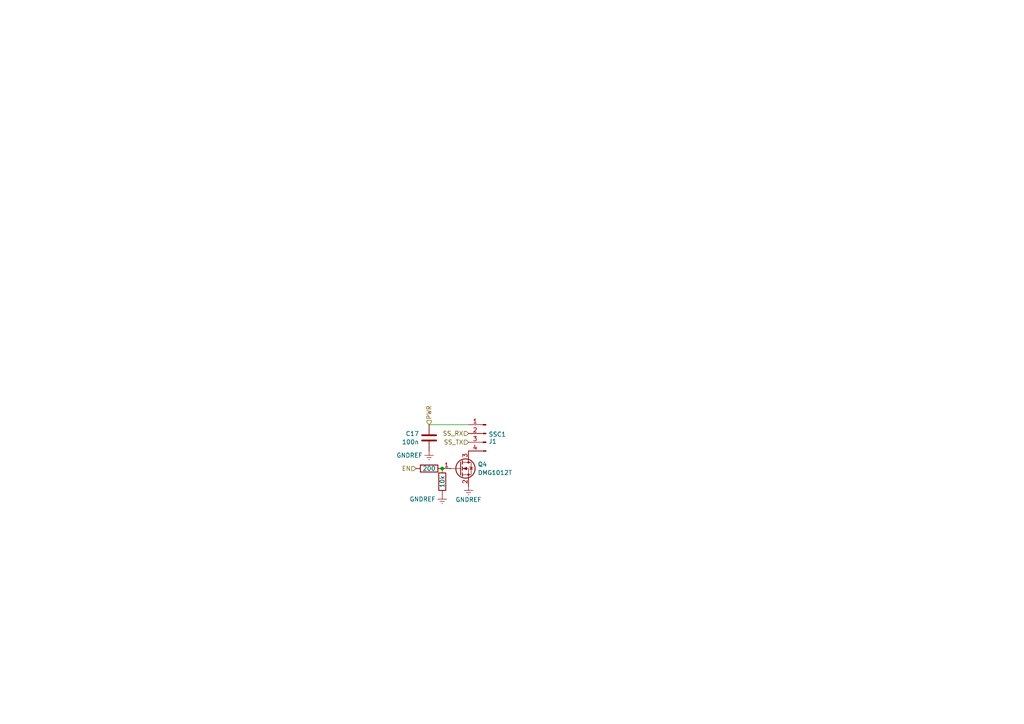
<source format=kicad_sch>
(kicad_sch (version 20230121) (generator eeschema)
  (paper "A4")
  (lib_symbols
    (symbol "Library:2N7002H" (pin_names hide)
      (property "Reference" "Q" (at 5.08 1.905 0))
      (property "Value" "2N7002H" (at 5.08 0 0))
      (symbol "2N7002H_0_1"
        (polyline (pts (xy 0.254 0) (xy -2.54 0)))
        (polyline (pts (xy 0.254 1.905) (xy 0.254 -1.905)) (stroke (width 0.254)))
        (polyline (pts (xy 0.762 -1.27) (xy 0.762 -2.286)) (stroke (width 0.254)))
        (polyline (pts (xy 0.762 0.508) (xy 0.762 -0.508)) (stroke (width 0.254)))
        (polyline (pts (xy 0.762 2.286) (xy 0.762 1.27)) (stroke (width 0.254)))
        (polyline (pts (xy 2.54 2.54) (xy 2.54 1.778)))
        (polyline (pts (xy 2.54 -2.54) (xy 2.54 0) (xy 0.762 0)))
        (polyline (pts (xy 0.762 -1.778) (xy 3.302 -1.778) (xy 3.302 1.778) (xy 0.762 1.778)))
        (polyline (pts (xy 1.016 0) (xy 2.032 0.381) (xy 2.032 -0.381) (xy 1.016 0)) (fill (type outline)))
        (polyline (pts (xy 2.794 0.508) (xy 2.921 0.381) (xy 3.683 0.381) (xy 3.81 0.254)))
        (polyline (pts (xy 3.302 0.381) (xy 2.921 -0.254) (xy 3.683 -0.254) (xy 3.302 0.381)))
        (circle (center 1.651 0) (radius 2.794) (stroke (width 0.254)))
        (circle (center 2.54 -1.778) (radius 0.254) (fill (type outline)))
        (circle (center 2.54 1.778) (radius 0.254) (fill (type outline)))
      )
      (symbol "2N7002H_1_1"
        (pin input line (at -5.08 0 0) (length 2.54) (name "G") (number "1"))
        (pin passive line (at 2.54 -5.08 90) (length 2.54) (name "S") (number "2"))
        (pin passive line (at 2.54 5.08 270) (length 2.54) (name "D") (number "3"))
      )
    )
    (symbol "Library:C" (pin_numbers hide) (pin_names (offset 0.254))
      (property "Reference" "C" (at 0.635 2.54 0))
      (property "Value" "C" (at 0.635 -2.54 0))
      (symbol "C_0_1"
        (polyline (pts (xy -2.032 -0.762) (xy 2.032 -0.762)) (stroke (width 0.508)))
        (polyline (pts (xy -2.032 0.762) (xy 2.032 0.762)) (stroke (width 0.508)))
      )
      (symbol "C_1_1"
        (pin passive line (at 0 3.81 270) (length 2.794) (name "~") (number "1"))
        (pin passive line (at 0 -3.81 90) (length 2.794) (name "~") (number "2"))
      )
    )
    (symbol "Library:Conn_01x04_Pin" (pin_names (offset 1.016) hide)
      (property "Reference" "J" (at 0 5.08 0))
      (property "Value" "Conn_01x04_Pin" (at 0 -7.62 0))
      (symbol "Conn_01x04_Pin_1_1"
        (polyline (pts (xy 1.27 -5.08) (xy 0.8636 -5.08)) (stroke (width 0.1524)))
        (polyline (pts (xy 1.27 -2.54) (xy 0.8636 -2.54)) (stroke (width 0.1524)))
        (polyline (pts (xy 1.27 0) (xy 0.8636 0)) (stroke (width 0.1524)))
        (polyline (pts (xy 1.27 2.54) (xy 0.8636 2.54)) (stroke (width 0.1524)))
        (rectangle (start 0.8636 -4.953) (end 0 -5.207) (stroke (width 0.1524)) (fill (type outline)))
        (rectangle (start 0.8636 -2.413) (end 0 -2.667) (stroke (width 0.1524)) (fill (type outline)))
        (rectangle (start 0.8636 0.127) (end 0 -0.127) (stroke (width 0.1524)) (fill (type outline)))
        (rectangle (start 0.8636 2.667) (end 0 2.413) (stroke (width 0.1524)) (fill (type outline)))
        (pin passive line (at 5.08 2.54 180) (length 3.81) (name "Pin_1") (number "1"))
        (pin passive line (at 5.08 0 180) (length 3.81) (name "Pin_2") (number "2"))
        (pin passive line (at 5.08 -2.54 180) (length 3.81) (name "Pin_3") (number "3"))
        (pin passive line (at 5.08 -5.08 180) (length 3.81) (name "Pin_4") (number "4"))
      )
    )
    (symbol "Library:R" (pin_numbers hide) (pin_names (offset 0))
      (property "Reference" "R" (at 2.032 0 90))
      (property "Value" "R" (at 0 0 90))
      (symbol "R_0_1"
        (rectangle (start -1.016 -2.54) (end 1.016 2.54) (stroke (width 0.254)))
      )
      (symbol "R_1_1"
        (pin passive line (at 0 3.81 270) (length 1.27) (name "~") (number "1"))
        (pin passive line (at 0 -3.81 90) (length 1.27) (name "~") (number "2"))
      )
    )
    (symbol "power:GNDREF" (power) (pin_names (offset 0))
      (property "Value" "GNDREF" (at 0 -3.81 0))
      (symbol "GNDREF_0_1"
        (polyline (pts (xy -0.635 -1.905) (xy 0.635 -1.905)))
        (polyline (pts (xy -0.127 -2.54) (xy 0.127 -2.54)))
        (polyline (pts (xy 0 -1.27) (xy 0 0)))
        (polyline (pts (xy 1.27 -1.27) (xy -1.27 -1.27)))
      )
      (symbol "GNDREF_1_1"
        (pin power_in line (at 0 0 270) (length 0) hide (name "GNDREF") (number "1"))
      )
    )
  )
  (junction (at 128.27 135.89))
  (wire (pts (xy 124.46 123.19) (xy 135.89 123.19)))
  (hierarchical_label "SS_TX" (shape input) (at 135.89 128.27 180))
  (hierarchical_label "SS_RX" (shape input) (at 135.89 125.73 180))
  (hierarchical_label "EN" (shape input) (at 120.65 135.89 180))
  (hierarchical_label "PWR" (shape input) (at 124.46 123.19 90))
  (symbol (lib_id "Library:R") (at 128.27 139.7 0) (unit 1)
    (property "Reference" "R13" (effects hide))
    (property "Value" "10k" (at 128.27 139.7 90))
    (property "Footprint" "Resistor_SMD:R_0402_1005Metric" (effects hide))
    (property "MPN" "C26083" (effects hide))
    (instances (project "DiveCAN Head2" (path "" (reference "R13") (unit 1)) (path "" (reference "R24") (unit 1)) (path "" (reference "R26") (unit 1)) (path "" (reference "R28") (unit 1))))
  )
  (symbol (lib_id "power:GNDREF") (at 128.27 143.51 0) (unit 1)
    (property "Reference" "#PWR018" (effects hide))
    (property "Value" "GNDREF" (at 126.3651 144.78 0) (effects (justify right)))
    (instances (project "DiveCAN Head2" (path "" (reference "#PWR018") (unit 1)) (path "" (reference "#PWR044") (unit 1)) (path "" (reference "#PWR047") (unit 1)) (path "" (reference "#PWR050") (unit 1))))
  )
  (symbol (lib_id "power:GNDREF") (at 124.46 130.81 0) (unit 1)
    (property "Reference" "#PWR01" (effects hide))
    (property "Value" "GNDREF" (at 122.5551 132.08 0) (effects (justify right)))
    (instances (project "DiveCAN Head2" (path "" (reference "#PWR01") (unit 1)) (path "" (reference "#PWR045") (unit 1)) (path "" (reference "#PWR048") (unit 1)) (path "" (reference "#PWR051") (unit 1))))
  )
  (symbol (lib_id "Library:C") (at 124.46 127 0) (unit 1)
    (property "Reference" "C17" (at 121.5391 125.7879 0) (effects (justify right)))
    (property "Value" "100n" (at 121.5391 128.2121 0) (effects (justify right)))
    (property "Footprint" "Capacitor_SMD:C_0603_1608Metric" (effects hide))
    (property "MPN" "C14663" (effects hide))
    (instances (project "DiveCAN Head2" (path "" (reference "C17") (unit 1)) (path "" (reference "C18") (unit 1)) (path "" (reference "C19") (unit 1))))
  )
  (symbol (lib_id "Library:R") (at 124.46 135.89 270) (unit 1)
    (property "Reference" "R12" (effects hide))
    (property "Value" "200" (at 124.46 135.89 90))
    (property "Footprint" "Resistor_SMD:R_0402_1005Metric" (effects hide))
    (property "MPN" "C25087" (effects hide))
    (instances (project "DiveCAN Head2" (path "" (reference "R12") (unit 1)) (path "" (reference "R23") (unit 1)) (path "" (reference "R25") (unit 1)) (path "" (reference "R27") (unit 1))))
  )
  (symbol (lib_id "power:GNDREF") (at 135.89 140.97 0) (unit 1)
    (property "Reference" "#PWR019" (effects hide))
    (property "Value" "GNDREF" (at 135.89 144.915 0))
    (instances (project "DiveCAN Head2" (path "" (reference "#PWR019") (unit 1)) (path "" (reference "#PWR046") (unit 1)) (path "" (reference "#PWR049") (unit 1)) (path "" (reference "#PWR052") (unit 1))))
  )
  (symbol (lib_id "Library:Conn_01x04_Pin") (at 140.97 125.73 0) (mirror y) (unit 1)
    (property "Reference" "J1" (at 141.6812 128.024 0) (effects (justify right)))
    (property "Value" "SSC1" (at 141.6812 125.976 0) (effects (justify right)))
    (property "Footprint" "Connector_JST:JST_SH_BM04B-SRSS-TB_1x04-1MP_P1.00mm_Vertical" (effects hide))
    (property "JLC" "C495539" (effects hide))
    (instances (project "DiveCAN Head2" (path "" (reference "J1") (unit 1)) (path "" (reference "J6") (unit 1)) (path "" (reference "J8") (unit 1)) (path "" (reference "J9") (unit 1))))
  )
  (symbol (lib_id "Library:2N7002H") (at 133.35 135.89 0) (unit 1)
    (property "Reference" "Q4" (at 138.557 134.6779 0) (effects (justify left)))
    (property "Value" "DMG1012T" (at 138.557 137.1021 0) (effects (justify left)))
    (property "Footprint" "Package_TO_SOT_SMD:SOT-523" (effects hide))
    (property "Datasheet" "http://www.diodes.com/assets/Datasheets/2N7002H.pdf" (effects hide))
    (property "JLC" "C20512" (effects hide))
    (instances (project "DiveCAN Head2" (path "" (reference "Q4") (unit 1)) (path "" (reference "Q2") (unit 1)) (path "" (reference "Q3") (unit 1))))
  )
)
</source>
